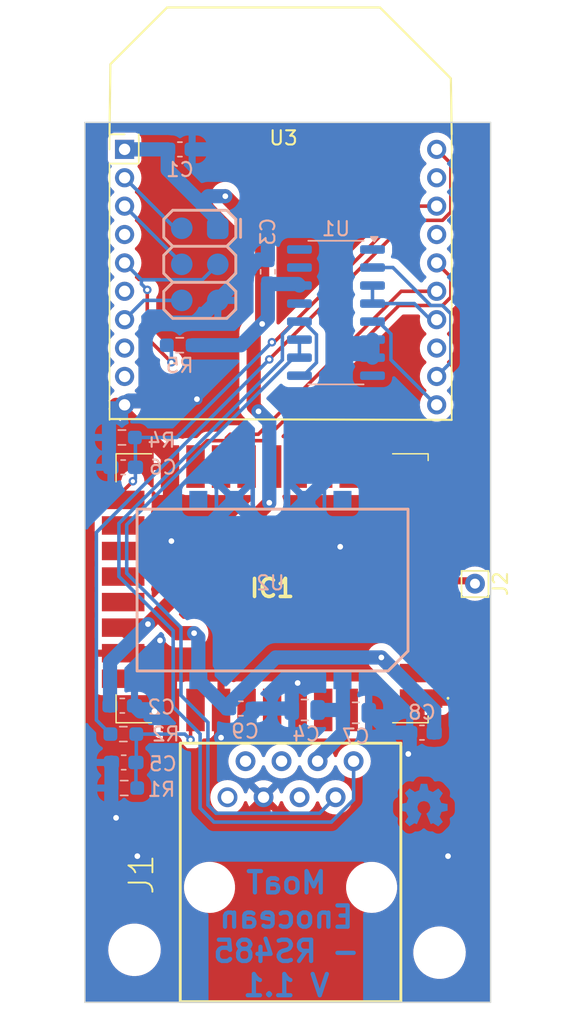
<source format=kicad_pcb>
(kicad_pcb (version 20221018) (generator pcbnew)
  (title_block (comment 4 "AISLER Project ID: OQPBMUXM"))
  (layers (0 "F.Cu" signal) (31 "B.Cu" signal) (34 "B.Paste" user) (35 "F.Paste" user) (36 "B.SilkS" user "B.Silkscreen") (37 "F.SilkS" user "F.Silkscreen") (38 "B.Mask" user) (39 "F.Mask" user) (44 "Edge.Cuts" user))
  (net 0 "")
  (net 1 "GND")
  (net 2 "+3V3")
  (net 3 "REN")
  (net 4 "Net-(IC1-SER_TX)")
  (net 5 "Net-(IC1-SER_RX)")
  (net 6 "Net-(Prog1-Tx)")
  (net 7 "Net-(Prog1-Rx)")
  (net 8 "PROG")
  (net 9 "MRST")
  (net 10 "WHIP")
  (net 11 "Net-(IC1-RESET)")
  (net 15 "RESET")
  (net 17 "Net-(U1-RO)")
  (net 18 "Net-(U1-*RE)")
  (net 19 "Net-(U1-DI)")
  (net 31 "24V")
  (net 36 "B")
  (net 37 "A")
  (footprint "localstuff:TCM310" (layer "F.Cu") (at 85.3 77.925)
    (fp_text reference "IC1" (at 0 0) (layer "F.SilkS") (effects (font (size 1.27 1.27) (thickness 0.254))))
    (fp_text value "TCM310" hide)
    (fp_line (start -11 -9.475) (end -11 -7.5) (stroke (width 0.1)) (layer "F.SilkS"))
    (fp_line (start -11 7.5) (end -11 9.475) (stroke (width 0.1)) (layer "F.SilkS"))
    (fp_line (start -11 9.475) (end -8.5 9.475) (stroke (width 0.1)) (layer "F.SilkS"))
    (fp_line (start -8.5 -9.475) (end -11 -9.475) (stroke (width 0.1)) (layer "F.SilkS"))
    (fp_line (start 8.5 -9.475) (end 8.5 -9.475) (stroke (width 0.1)) (layer "F.SilkS"))
    (fp_line (start 8.5 -9.475) (end 11 -9.475) (stroke (width 0.1)) (layer "F.SilkS"))
    (fp_line (start 8.5 9.475) (end 11 9.475) (stroke (width 0.1)) (layer "F.SilkS"))
    (fp_line (start 11 -9.475) (end 11 -9) (stroke (width 0.1)) (layer "F.SilkS"))
    (fp_line (start 11 9.475) (end 11 9) (stroke (width 0.1)) (layer "F.SilkS"))
    (fp_line (start 12.4 7.7) (end 12.4 7.7) (stroke (width 0.1)) (layer "F.SilkS"))
    (fp_line (start 12.4 7.8) (end 12.4 7.8) (stroke (width 0.1)) (layer "F.SilkS"))
    (fp_arc (start 12.4 7.7) (mid 12.45 7.75) (end 12.4 7.8) (stroke (width 0.1)) (layer "F.SilkS"))
    (fp_arc (start 12.4 7.8) (mid 12.35 7.75) (end 12.4 7.7) (stroke (width 0.1)) (layer "F.SilkS"))
    (pad "1" smd rect (at 10.5 7.775 90) (size 1.3 3) (layers "F.Cu" "F.Paste" "F.Mask") (net 1 "GND"))
    (pad "2" smd rect (at 10.5 5.975 90) (size 1.3 3) (layers "F.Cu" "F.Paste" "F.Mask") (net 2 "+3V3"))
    (pad "3" smd rect (at 10.5 4.175 90) (size 1.3 3) (layers "F.Cu" "F.Paste" "F.Mask"))
    (pad "4" smd rect (at 10.5 -0.525 90) (size 1.3 3) (layers "F.Cu" "F.Paste" "F.Mask") (net 10 "WHIP"))
    (pad "5" smd rect (at 10.5 -2.325 90) (size 1.3 3) (layers "F.Cu" "F.Paste" "F.Mask") (net 1 "GND"))
    (pad "6" smd rect (at 10.5 -4.125 90) (size 1.3 3) (layers "F.Cu" "F.Paste" "F.Mask"))
    (pad "7" smd rect (at 10.5 -5.925 90) (size 1.3 3) (layers "F.Cu" "F.Paste" "F.Mask") (net 1 "GND"))
    (pad "8" smd rect (at 10.5 -7.725 90) (size 1.3 3) (layers "F.Cu" "F.Paste" "F.Mask"))
    (pad "9" smd rect (at 7.2 -8.575) (size 1.3 3) (layers "F.Cu" "F.Paste" "F.Mask"))
    (pad "10" smd rect (at 5.4 -8.575) (size 1.3 3) (layers "F.Cu" "F.Paste" "F.Mask"))
    (pad "11" smd rect (at 3.6 -8.575) (size 1.3 3) (layers "F.Cu" "F.Paste" "F.Mask"))
    (pad "12" smd rect (at 1.8 -8.575) (size 1.3 3) (layers "F.Cu" "F.Paste" "F.Mask"))
    (pad "13" smd rect (at 0 -8.575) (size 1.3 3) (layers "F.Cu" "F.Paste" "F.Mask"))
    (pad "14" smd rect (at -1.8 -8.575) (size 1.3 3) (layers "F.Cu" "F.Paste" "F.Mask"))
    (pad "15" smd rect (at -3.6 -8.575) (size 1.3 3) (layers "F.Cu" "F.Paste" "F.Mask") (net 5 "Net-(IC1-SER_RX)"))
    (pad "16" smd rect (at -5.4 -8.575) (size 1.3 3) (layers "F.Cu" "F.Paste" "F.Mask") (net 4 "Net-(IC1-SER_TX)"))
    (pad "17" smd rect (at -7.2 -8.575) (size 1.3 3) (layers "F.Cu" "F.Paste" "F.Mask") (net 1 "GND"))
    (pad "18" smd rect (at -10.5 -6.225 90) (size 1.3 3) (layers "F.Cu" "F.Paste" "F.Mask") (net 3 "REN"))
    (pad "19" smd rect (at -10.5 -4.425 90) (size 1.3 3) (layers "F.Cu" "F.Paste" "F.Mask"))
    (pad "20" smd rect (at -10.5 -2.625 90) (size 1.3 3) (layers "F.Cu" "F.Paste" "F.Mask"))
    (pad "21" smd rect (at -10.5 -0.825 90) (size 1.3 3) (layers "F.Cu" "F.Paste" "F.Mask"))
    (pad "22" smd rect (at -10.5 0.975 90) (size 1.3 3) (layers "F.Cu" "F.Paste" "F.Mask"))
    (pad "23" smd rect (at -10.5 2.775 90) (size 1.3 3) (layers "F.Cu" "F.Paste" "F.Mask") (net 2 "+3V3"))
    (pad "24" smd rect (at -10.5 4.575 90) (size 1.3 3) (layers "F.Cu" "F.Paste" "F.Mask") (net 1 "GND"))
    (pad "25" smd rect (at -10.5 6.375 90) (size 1.3 3) (layers "F.Cu" "F.Paste" "F.Mask"))
    (pad "26" smd rect (at -7.2 8.575) (size 1.3 3) (layers "F.Cu" "F.Paste" "F.Mask") (net 1 "GND"))
    (pad "27" smd rect (at -5.4 8.575) (size 1.3 3) (layers "F.Cu" "F.Paste" "F.Mask") (net 11 "Net-(IC1-RESET)"))
    (pad "28" smd rect (at -3.6 8.575) (size 1.3 3) (layers "F.Cu" "F.Paste" "F.Mask") (net 1 "GND"))
    (pad "29" smd rect (at -1.8 8.575) (size 1.3 3) (layers "F.Cu" "F.Paste" "F.Mask"))
    (pad "30" smd rect (at 0 8.575) (size 1.3 3) (layers "F.Cu" "F.Paste" "F.Mask"))
    (pad "31" smd rect (at 1.8 8.575) (size 1.3 3) (layers "F.Cu" "F.Paste" "F.Mask") (net 1 "GND"))
    (pad "32" smd rect (at 3.6 8.575) (size 1.3 3) (layers "F.Cu" "F.Paste" "F.Mask"))
    (pad "33" smd rect (at 5.4 8.575) (size 1.3 3) (layers "F.Cu" "F.Paste" "F.Mask"))
    (pad "34" smd rect (at 7.2 8.575) (size 1.3 3) (layers "F.Cu" "F.Paste" "F.Mask"))
  )
  (footprint "localstuff:RJ45-NO-SHIELD" (layer "F.Cu") (at 86.6 99)
    (fp_text reference "J1" (at -9.525 0.635 -270) (layer "F.SilkS") (effects (font (size 1.6891 1.6891) (thickness 0.135128)) (justify left bottom)))
    (fp_text value "RJ45_SEW" hide)
    (fp_line (start -7.775 -10.16) (end 7.775 -10.16) (stroke (width 0.2032)) (layer "F.SilkS"))
    (fp_line (start -7.775 8.0518) (end -7.775 -10.16) (stroke (width 0.2032)) (layer "F.SilkS"))
    (fp_line (start 7.775 -10.16) (end 7.775 8.0518) (stroke (width 0.2032)) (layer "F.SilkS"))
    (fp_line (start 7.775 8.0518) (end -7.775 8.0518) (stroke (width 0.2032)) (layer "F.SilkS"))
    (pad "" np_thru_hole circle (at -5.715 0) (size 3.1 3.1) (drill 3.1) (layers "*.Cu" "*.Mask"))
    (pad "" np_thru_hole circle (at 5.715 0) (size 3.1 3.1) (drill 3.1) (layers "*.Cu" "*.Mask"))
    (pad "1" thru_hole circle (at -4.445 -6.35) (size 1.4 1.4) (drill 0.9) (layers "*.Cu" "*.Mask"))
    (pad "2" thru_hole circle (at -3.175 -8.89) (size 1.4 1.4) (drill 0.8) (layers "*.Cu" "*.Mask"))
    (pad "3" thru_hole circle (at -1.905 -6.35) (size 1.4 1.4) (drill 0.8) (layers "*.Cu" "*.Mask") (net 1 "GND"))
    (pad "4" thru_hole circle (at -0.635 -8.89) (size 1.4 1.4) (drill 0.8) (layers "*.Cu" "*.Mask"))
    (pad "5" thru_hole circle (at 0.635 -6.35) (size 1.4 1.4) (drill 0.8) (layers "*.Cu" "*.Mask"))
    (pad "6" thru_hole circle (at 1.905 -8.89) (size 1.4 1.4) (drill 0.8) (layers "*.Cu" "*.Mask") (net 31 "24V"))
    (pad "7" thru_hole circle (at 3.175 -6.35) (size 1.4 1.4) (drill 0.8) (layers "*.Cu" "*.Mask") (net 36 "B"))
    (pad "8" thru_hole circle (at 4.445 -8.89) (size 1.4 1.4) (drill 0.8) (layers "*.Cu" "*.Mask") (net 37 "A"))
  )
  (footprint "localstuff:ESPBEE" (layer "F.Cu") (at 74.9 47)
    (fp_text reference "U3" (at 11.2 -0.8) (layer "F.SilkS"))
    (fp_text value "ESPBEE")
    (fp_line (start -1.06 -1.06) (end 0 -1.06) (stroke (width 0.12)) (layer "F.SilkS"))
    (fp_line (start -1.06 0) (end -1.06 -1.06) (stroke (width 0.12)) (layer "F.SilkS"))
    (fp_line (start -1.06 1) (end -1.06 19.06) (stroke (width 0.12)) (layer "F.SilkS"))
    (fp_line (start -1.06 1) (end 1 1) (stroke (width 0.12)) (layer "F.SilkS"))
    (fp_line (start -1 -6) (end -1.06 -1.06) (stroke (width 0.15)) (layer "F.SilkS"))
    (fp_line (start -1 19) (end 23.06 19.06) (stroke (width 0.15)) (layer "F.SilkS"))
    (fp_line (start 1 1) (end 1 -1.06) (stroke (width 0.12)) (layer "F.SilkS"))
    (fp_line (start 3 -10) (end -1 -6) (stroke (width 0.15)) (layer "F.SilkS"))
    (fp_line (start 18 -10) (end 3 -10) (stroke (width 0.15)) (layer "F.SilkS"))
    (fp_line (start 23 -5) (end 18 -10) (stroke (width 0.15)) (layer "F.SilkS"))
    (fp_line (start 23.06 -1.06) (end 23 -5) (stroke (width 0.15)) (layer "F.SilkS"))
    (fp_line (start 23.06 -1.06) (end 23.06 19.06) (stroke (width 0.12)) (layer "F.SilkS"))
    (pad "1" thru_hole rect (at 0 0) (size 1.35 1.35) (drill 0.8) (layers "*.Cu" "*.Mask") (net 2 "+3V3"))
    (pad "2" thru_hole oval (at 0 2) (size 1.35 1.35) (drill 0.8) (layers "*.Cu" "*.Mask") (net 6 "Net-(Prog1-Tx)"))
    (pad "3" thru_hole oval (at 0 4) (size 1.35 1.35) (drill 0.8) (layers "*.Cu" "*.Mask") (net 7 "Net-(Prog1-Rx)"))
    (pad "4" thru_hole oval (at 0 6) (size 1.35 1.35) (drill 0.8) (layers "*.Cu" "*.Mask"))
    (pad "5" thru_hole oval (at 0 8) (size 1.35 1.35) (drill 0.8) (layers "*.Cu" "*.Mask") (net 15 "RESET"))
    (pad "6" thru_hole oval (at 0 10) (size 1.35 1.35) (drill 0.8) (layers "*.Cu" "*.Mask"))
    (pad "7" thru_hole oval (at 0 12) (size 1.35 1.35) (drill 0.8) (layers "*.Cu" "*.Mask") (net 8 "PROG"))
    (pad "8" thru_hole oval (at 0 14) (size 1.35 1.35) (drill 0.8) (layers "*.Cu" "*.Mask"))
    (pad "9" thru_hole oval (at 0 16) (size 1.35 1.35) (drill 0.8) (layers "*.Cu" "*.Mask"))
    (pad "10" thru_hole oval (at 0 18) (size 1.35 1.35) (drill 0.8) (layers "*.Cu" "*.Mask") (net 1 "GND"))
    (pad "11" thru_hole oval (at 22 18) (size 1.35 1.35) (drill 0.8) (layers "*.Cu" "*.Mask") (net 19 "Net-(U1-DI)"))
    (pad "12" thru_hole oval (at 22 16) (size 1.35 1.35) (drill 0.8) (layers "*.Cu" "*.Mask") (net 17 "Net-(U1-RO)"))
    (pad "13" thru_hole oval (at 22 14) (size 1.35 1.35) (drill 0.8) (layers "*.Cu" "*.Mask"))
    (pad "14" thru_hole oval (at 22 12) (size 1.35 1.35) (drill 0.8) (layers "*.Cu" "*.Mask") (net 18 "Net-(U1-*RE)"))
    (pad "15" thru_hole oval (at 22 10) (size 1.35 1.35) (drill 0.8) (layers "*.Cu" "*.Mask") (net 4 "Net-(IC1-SER_TX)"))
    (pad "16" thru_hole oval (at 22 8) (size 1.35 1.35) (drill 0.8) (layers "*.Cu" "*.Mask") (net 5 "Net-(IC1-SER_RX)"))
    (pad "17" thru_hole oval (at 22 6) (size 1.35 1.35) (drill 0.8) (layers "*.Cu" "*.Mask"))
    (pad "18" thru_hole oval (at 22 4) (size 1.35 1.35) (drill 0.8) (layers "*.Cu" "*.Mask") (net 3 "REN"))
    (pad "19" thru_hole oval (at 22 2) (size 1.35 1.35) (drill 0.8) (layers "*.Cu" "*.Mask"))
    (pad "20" thru_hole oval (at 22 0) (size 1.35 1.35) (drill 0.8) (layers "*.Cu" "*.Mask") (net 9 "MRST"))
  )
  (footprint "MountingHole:MountingHole_3.2mm_M3" (layer "F.Cu") (at 75.6 103.4)
    (fp_text reference "REF**" hide)
    (fp_text value "MountingHole_3.2mm_M3")
    (pad "" np_thru_hole circle (at 0 0) (size 3.2 3.2) (drill 3.2) (layers "F&B.Cu" "*.Mask"))
  )
  (footprint "MountingHole:MountingHole_3.2mm_M3" (layer "F.Cu") (at 97.1 103.6)
    (fp_text reference "REF**" hide)
    (fp_text value "MountingHole_3.2mm_M3")
    (pad "" np_thru_hole circle (at 0 0) (size 3.2 3.2) (drill 3.2) (layers "F&B.Cu" "*.Mask"))
  )
  (footprint "Connector_Pin:Pin_D0.7mm_L6.5mm_W1.8mm_FlatFork" (layer "F.Cu") (at 99.6 77.6 90)
    (fp_text reference "J2" (at 0 1.8 90) (layer "F.SilkS"))
    (fp_text value "Conn_01x01_Female")
    (fp_line (start -0.95 -0.95) (end -0.95 0.95) (stroke (width 0.12)) (layer "F.SilkS"))
    (fp_line (start -0.95 0.95) (end 0.9 0.95) (stroke (width 0.12)) (layer "F.SilkS"))
    (fp_line (start 0.9 -0.95) (end -0.95 -0.95) (stroke (width 0.12)) (layer "F.SilkS"))
    (fp_line (start 0.9 -0.9) (end 0.9 -0.95) (stroke (width 0.12)) (layer "F.SilkS"))
    (fp_line (start 0.9 0.95) (end 0.9 -0.9) (stroke (width 0.12)) (layer "F.SilkS"))
    (pad "1" thru_hole circle (at 0 0 90) (size 1.4 1.4) (drill 0.7) (layers "*.Cu" "*.Mask") (net 10 "WHIP"))
  )
  (footprint "Capacitor_SMD:C_0603_1608Metric_Pad1.08x0.95mm_HandSolder" (layer "B.Cu") (at 83.1 86.4)
    (fp_text reference "C9" (at 0.3 1.6 180) (layer "B.SilkS") (effects (justify mirror)))
    (fp_text value "CP_10µ_16V_0603")
    (fp_line (start -0.146267 -0.51) (end 0.146267 -0.51) (stroke (width 0.12)) (layer "B.SilkS"))
    (fp_line (start -0.146267 0.51) (end 0.146267 0.51) (stroke (width 0.12)) (layer "B.SilkS"))
    (pad "1" smd roundrect (at -0.8625 0) (size 1.075 0.95) (layers "B.Cu" "B.Paste" "B.Mask") (net 2 "+3V3"))
    (pad "2" smd roundrect (at 0.8625 0) (size 1.075 0.95) (layers "B.Cu" "B.Paste" "B.Mask") (net 1 "GND"))
  )
  (footprint "localstuff:STH05" (layer "B.Cu") (at 85.18 78.05 180)
    (fp_text reference "U2" (at 0 0.5 unlocked) (layer "B.SilkS") (effects (justify mirror)))
    (fp_text value "STH05_3V3")
    (fp_line (start -9.7 -4.3) (end -8.3 -5.7) (stroke (width 0.2032)) (layer "B.SilkS"))
    (fp_line (start -9.7 5.7) (end -9.7 -4.3) (stroke (width 0.2032)) (layer "B.SilkS"))
    (fp_line (start -8.3 -5.7) (end 9.4 -5.7) (stroke (width 0.2032)) (layer "B.SilkS"))
    (fp_line (start 9.4 -5.7) (end 9.4 5.7) (stroke (width 0.2032)) (layer "B.SilkS"))
    (fp_line (start 9.4 5.7) (end -9.7 5.7) (stroke (width 0.2032)) (layer "B.SilkS"))
    (pad "1" smd rect (at -5.08 -6.35 180) (size 1.27 1.27) (layers "B.Cu" "B.Paste" "B.Mask") (net 31 "24V"))
    (pad "5" smd rect (at 5.08 -6.35 180) (size 1.27 1.27) (layers "B.Cu" "B.Paste" "B.Mask") (net 2 "+3V3"))
    (pad "6" smd rect (at 5.08 6.35 180) (size 1.27 1.27) (layers "B.Cu" "B.Paste" "B.Mask"))
    (pad "7" smd rect (at 2.54 6.35 180) (size 1.27 1.27) (layers "B.Cu" "B.Paste" "B.Mask") (net 1 "GND"))
    (pad "9" smd rect (at -2.54 6.35 180) (size 1.27 1.27) (layers "B.Cu" "B.Paste" "B.Mask") (net 1 "GND"))
    (pad "10" smd rect (at -5.08 6.35 180) (size 1.27 1.27) (layers "B.Cu" "B.Paste" "B.Mask"))
  )
  (footprint "Resistor_SMD:R_0603_1608Metric_Pad0.98x0.95mm_HandSolder" (layer "B.Cu") (at 78.7875 60.8)
    (fp_text reference "R5" (at 0 1.43) (layer "B.SilkS") (effects (justify mirror)))
    (fp_text value "R_10k_0603")
    (fp_line (start -0.254724 -0.5225) (end 0.254724 -0.5225) (stroke (width 0.12)) (layer "B.SilkS"))
    (fp_line (start -0.254724 0.5225) (end 0.254724 0.5225) (stroke (width 0.12)) (layer "B.SilkS"))
    (pad "1" smd roundrect (at -0.9125 0) (size 0.975 0.95) (layers "B.Cu" "B.Paste" "B.Mask") (net 15 "RESET"))
    (pad "2" smd roundrect (at 0.9125 0) (size 0.975 0.95) (layers "B.Cu" "B.Paste" "B.Mask") (net 2 "+3V3"))
  )
  (footprint "Capacitor_SMD:C_0603_1608Metric_Pad1.08x0.95mm_HandSolder" (layer "B.Cu") (at 85 55.625 90)
    (fp_text reference "C3" (at 2.825 0 270) (layer "B.SilkS") (effects (justify mirror)))
    (fp_text value "CP_10µ_16V_0603")
    (fp_line (start -0.146267 -0.51) (end 0.146267 -0.51) (stroke (width 0.12)) (layer "B.SilkS"))
    (fp_line (start -0.146267 0.51) (end 0.146267 0.51) (stroke (width 0.12)) (layer "B.SilkS"))
    (pad "1" smd roundrect (at -0.8625 0 90) (size 1.075 0.95) (layers "B.Cu" "B.Paste" "B.Mask") (net 2 "+3V3"))
    (pad "2" smd roundrect (at 0.8625 0 90) (size 1.075 0.95) (layers "B.Cu" "B.Paste" "B.Mask") (net 1 "GND"))
  )
  (footprint "localstuff:OSHW Logo 3mm Cu" (layer "B.Cu") (at 96 93.2 180)
    (fp_text reference "G***" hide)
    (fp_text value "LOGO" hide)
    (fp_poly (pts (xy -1.011428 -1.4986) (xy -0.650494 -1.273048) (xy -0.481076 -1.341628) (xy -0.179578 -0.611378) (xy -0.315722 -0.499618) (xy -0.3937 -0.402336) (xy -0.456946 -0.169164) (xy -0.39878 0.054864) (xy -0.32258 0.153162) (xy -0.230124 0.226314) (xy -0.000508 0.287528) (xy 0.228346 0.230378) (xy 0.368046 0.107442) (xy 0.461518 -0.127) (xy 0.422148 -0.356108) (xy 0.360172 -0.456692) (xy 0.176276 -0.613918) (xy 0.497586 -1.346454) (xy 0.677926 -1.277874) (xy 1.013714 -1.496568) (xy 1.337564 -1.177798) (xy 1.09982 -0.821182) (xy 1.257046 -0.479298) (xy 1.66243 -0.387604) (xy 1.659636 0.063246) (xy 1.22682 0.158496) (xy 1.09474 0.476504) (xy 1.33731 0.847852) (xy 1.01092 1.164844) (xy 0.637286 0.917956) (xy 0.324358 1.044956) (xy 0.220726 1.494028) (xy -0.226822 1.486916) (xy -0.327152 1.036574) (xy -0.631698 0.91186) (xy -1.014222 1.167638) (xy -1.330198 0.831596) (xy -1.094994 0.454152) (xy -1.223518 0.148082) (xy -1.6637 0.063246) (xy -1.668018 -0.389636) (xy -1.238504 -0.485648) (xy -1.109726 -0.83566) (xy -1.330198 -1.187704) (xy -1.011428 -1.4986)) (stroke (width 0.01)) (fill solid) (layer "B.Cu"))
  )
  (footprint "localstuff:2X3_PAD" (layer "B.Cu") (at 80.2 55.1 -90)
    (fp_text reference "Prog1" hide)
    (fp_text value "PogoPad" hide)
    (fp_line (start -3.81 -1.905) (end -3.81 1.905) (stroke (width 0.2032)) (layer "B.SilkS"))
    (fp_line (start -3.81 -1.905) (end -3.175 -2.54) (stroke (width 0.2032)) (layer "B.SilkS"))
    (fp_line (start -3.81 1.905) (end -3.175 2.54) (stroke (width 0.2032)) (layer "B.SilkS"))
    (fp_line (start -3.175 -2.54) (end -1.905 -2.54) (stroke (width 0.2032)) (layer "B.SilkS"))
    (fp_line (start -3.175 2.54) (end -1.905 2.54) (stroke (width 0.2032)) (layer "B.SilkS"))
    (fp_line (start -1.905 -2.875) (end -3.175 -2.875) (stroke (width 0.2032)) (layer "B.SilkS"))
    (fp_line (start -1.905 -2.54) (end -1.27 -1.905) (stroke (width 0.2032)) (layer "B.SilkS"))
    (fp_line (start -1.905 2.54) (end -1.27 1.905) (stroke (width 0.2032)) (layer "B.SilkS"))
    (fp_line (start -1.27 -1.905) (end -0.635 -2.54) (stroke (width 0.2032)) (layer "B.SilkS"))
    (fp_line (start -1.27 1.905) (end -1.27 -1.905) (stroke (width 0.2032)) (layer "B.SilkS"))
    (fp_line (start -1.27 1.905) (end -0.635 2.54) (stroke (width 0.2032)) (layer "B.SilkS"))
    (fp_line (start -0.635 -2.54) (end 0.635 -2.54) (stroke (width 0.2032)) (layer "B.SilkS"))
    (fp_line (start -0.635 2.54) (end 0.635 2.54) (stroke (width 0.2032)) (layer "B.SilkS"))
    (fp_line (start 0.635 -2.54) (end 1.27 -1.905) (stroke (width 0.2032)) (layer "B.SilkS"))
    (fp_line (start 0.635 2.54) (end 1.27 1.905) (stroke (width 0.2032)) (layer "B.SilkS"))
    (fp_line (start 1.27 -1.905) (end 1.905 -2.54) (stroke (width 0.2032)) (layer "B.SilkS"))
    (fp_line (start 1.27 1.905) (end 1.27 -1.905) (stroke (width 0.2032)) (layer "B.SilkS"))
    (fp_line (start 1.27 1.905) (end 1.905 2.54) (stroke (width 0.2032)) (layer "B.SilkS"))
    (fp_line (start 1.905 -2.54) (end 3.175 -2.54) (stroke (width 0.2032)) (layer "B.SilkS"))
    (fp_line (start 1.905 2.54) (end 3.175 2.54) (stroke (width 0.2032)) (layer "B.SilkS"))
    (fp_line (start 3.175 -2.54) (end 3.81 -1.905) (stroke (width 0.2032)) (layer "B.SilkS"))
    (fp_line (start 3.175 2.54) (end 3.81 1.905) (stroke (width 0.2032)) (layer "B.SilkS"))
    (fp_line (start 3.81 1.905) (end 3.81 -1.905) (stroke (width 0.2032)) (layer "B.SilkS"))
    (pad "1" smd roundrect (at -2.54 -1.27 90) (size 1.524 1.524) (layers "B.Cu" "B.Paste" "B.Mask") (net 2 "+3V3"))
    (pad "2" smd roundrect (at -2.54 1.27 90) (size 1.524 1.524) (layers "B.Cu" "B.Paste" "B.Mask") (roundrect_rratio 0.5) (net 6 "Net-(Prog1-Tx)"))
    (pad "3" smd roundrect (at 0 -1.27 90) (size 1.524 1.524) (layers "B.Cu" "B.Paste" "B.Mask") (roundrect_rratio 0.5) (net 15 "RESET"))
    (pad "4" smd roundrect (at 0 1.27 90) (size 1.524 1.524) (layers "B.Cu" "B.Paste" "B.Mask") (roundrect_rratio 0.5) (net 7 "Net-(Prog1-Rx)"))
    (pad "5" smd roundrect (at 2.54 -1.27 90) (size 1.524 1.524) (layers "B.Cu" "B.Paste" "B.Mask") (roundrect_rratio 0.5) (net 1 "GND"))
    (pad "6" smd roundrect (at 2.54 1.27 90) (size 1.524 1.524) (layers "B.Cu" "B.Paste" "B.Mask") (roundrect_rratio 0.5) (net 8 "PROG"))
  )
  (footprint "Capacitor_SMD:C_0603_1608Metric_Pad1.08x0.95mm_HandSolder" (layer "B.Cu") (at 74.8 69.4)
    (fp_text reference "C6" (at 2.8 0 180) (layer "B.SilkS") (effects (justify mirror)))
    (fp_text value "C_10n_0603")
    (fp_line (start -0.146267 -0.51) (end 0.146267 -0.51) (stroke (width 0.12)) (layer "B.SilkS"))
    (fp_line (start -0.146267 0.51) (end 0.146267 0.51) (stroke (width 0.12)) (layer "B.SilkS"))
    (pad "1" smd roundrect (at -0.8625 0) (size 1.075 0.95) (layers "B.Cu" "B.Paste" "B.Mask") (net 1 "GND"))
    (pad "2" smd roundrect (at 0.8625 0) (size 1.075 0.95) (layers "B.Cu" "B.Paste" "B.Mask") (net 3 "REN"))
  )
  (footprint "Resistor_SMD:R_0603_1608Metric_Pad0.98x0.95mm_HandSolder" (layer "B.Cu") (at 74.7125 67.3)
    (fp_text reference "R4" (at 2.7875 0.2) (layer "B.SilkS") (effects (justify mirror)))
    (fp_text value "R_10k_0603")
    (fp_line (start -0.254724 -0.5225) (end 0.254724 -0.5225) (stroke (width 0.12)) (layer "B.SilkS"))
    (fp_line (start -0.254724 0.5225) (end 0.254724 0.5225) (stroke (width 0.12)) (layer "B.SilkS"))
    (pad "1" smd roundrect (at -0.9125 0) (size 0.975 0.95) (layers "B.Cu" "B.Paste" "B.Mask") (net 1 "GND"))
    (pad "2" smd roundrect (at 0.9125 0) (size 0.975 0.95) (layers "B.Cu" "B.Paste" "B.Mask") (net 3 "REN"))
  )
  (footprint "Resistor_SMD:R_0805_2012Metric" (layer "B.Cu") (at 87.6 86.5 180)
    (fp_text reference "C4" (at -0.1 -1.7) (layer "B.SilkS") (effects (justify mirror)))
    (fp_text value "CP_1µ_100V_0805")
    (fp_line (start -0.227064 -0.735) (end 0.227064 -0.735) (stroke (width 0.12)) (layer "B.SilkS"))
    (fp_line (start -0.227064 0.735) (end 0.227064 0.735) (stroke (width 0.12)) (layer "B.SilkS"))
    (pad "1" smd roundrect (at -0.9125 0 180) (size 1.025 1.4) (layers "B.Cu" "B.Paste" "B.Mask") (roundrect_rratio 0.243902439) (net 31 "24V"))
    (pad "2" smd roundrect (at 0.9125 0 180) (size 1.025 1.4) (layers "B.Cu" "B.Paste" "B.Mask") (roundrect_rratio 0.243902439) (net 1 "GND"))
  )
  (footprint "Capacitor_SMD:C_0603_1608Metric_Pad1.08x0.95mm_HandSolder" (layer "B.Cu") (at 74.8375 90.2)
    (fp_text reference "C5" (at 2.7625 0.1 180) (layer "B.SilkS") (effects (justify mirror)))
    (fp_text value "C_10n_0603")
    (fp_line (start -0.146267 -0.51) (end 0.146267 -0.51) (stroke (width 0.12)) (layer "B.SilkS"))
    (fp_line (start -0.146267 0.51) (end 0.146267 0.51) (stroke (width 0.12)) (layer "B.SilkS"))
    (pad "1" smd roundrect (at -0.8625 0) (size 1.075 0.95) (layers "B.Cu" "B.Paste" "B.Mask") (net 1 "GND"))
    (pad "2" smd roundrect (at 0.8625 0) (size 1.075 0.95) (layers "B.Cu" "B.Paste" "B.Mask") (net 11 "Net-(IC1-RESET)"))
  )
  (footprint "Capacitor_SMD:C_0603_1608Metric_Pad1.08x0.95mm_HandSolder" (layer "B.Cu") (at 78.8 47)
    (fp_text reference "C1" (at 0 1.43 180) (layer "B.SilkS") (effects (justify mirror)))
    (fp_text value "CP_10µ_16V_0603")
    (fp_line (start -0.146267 -0.51) (end 0.146267 -0.51) (stroke (width 0.12)) (layer "B.SilkS"))
    (fp_line (start -0.146267 0.51) (end 0.146267 0.51) (stroke (width 0.12)) (layer "B.SilkS"))
    (pad "1" smd roundrect (at -0.8625 0) (size 1.075 0.95) (layers "B.Cu" "B.Paste" "B.Mask") (net 2 "+3V3"))
    (pad "2" smd roundrect (at 0.8625 0) (size 1.075 0.95) (layers "B.Cu" "B.Paste" "B.Mask") (net 1 "GND"))
  )
  (footprint "Capacitor_SMD:C_0603_1608Metric_Pad1.08x0.95mm_HandSolder" (layer "B.Cu") (at 74.7375 86.2)
    (fp_text reference "C2" (at 2.7625 0.1 180) (layer "B.SilkS") (effects (justify mirror)))
    (fp_text value "CP_10µ_16V_0603")
    (fp_line (start -0.146267 -0.51) (end 0.146267 -0.51) (stroke (width 0.12)) (layer "B.SilkS"))
    (fp_line (start -0.146267 0.51) (end 0.146267 0.51) (stroke (width 0.12)) (layer "B.SilkS"))
    (pad "1" smd roundrect (at -0.8625 0) (size 1.075 0.95) (layers "B.Cu" "B.Paste" "B.Mask") (net 2 "+3V3"))
    (pad "2" smd roundrect (at 0.8625 0) (size 1.075 0.95) (layers "B.Cu" "B.Paste" "B.Mask") (net 1 "GND"))
  )
  (footprint "Resistor_SMD:R_0603_1608Metric_Pad0.98x0.95mm_HandSolder" (layer "B.Cu") (at 74.8125 88.2 180)
    (fp_text reference "R2" (at -2.9875 0) (layer "B.SilkS") (effects (justify mirror)))
    (fp_text value "R_180_0603")
    (fp_line (start -0.254724 -0.5225) (end 0.254724 -0.5225) (stroke (width 0.12)) (layer "B.SilkS"))
    (fp_line (start -0.254724 0.5225) (end 0.254724 0.5225) (stroke (width 0.12)) (layer "B.SilkS"))
    (pad "1" smd roundrect (at -0.9125 0 180) (size 0.975 0.95) (layers "B.Cu" "B.Paste" "B.Mask") (net 11 "Net-(IC1-RESET)"))
    (pad "2" smd roundrect (at 0.9125 0 180) (size 0.975 0.95) (layers "B.Cu" "B.Paste" "B.Mask") (net 9 "MRST"))
  )
  (footprint "Capacitor_SMD:C_0603_1608Metric_Pad1.08x0.95mm_HandSolder" (layer "B.Cu") (at 95.8625 88.1 180)
    (fp_text reference "C8" (at 0 1.43) (layer "B.SilkS") (effects (justify mirror)))
    (fp_text value "CP_10µ_16V_0603")
    (fp_line (start -0.146267 -0.51) (end 0.146267 -0.51) (stroke (width 0.12)) (layer "B.SilkS"))
    (fp_line (start -0.146267 0.51) (end 0.146267 0.51) (stroke (width 0.12)) (layer "B.SilkS"))
    (pad "1" smd roundrect (at -0.8625 0 180) (size 1.075 0.95) (layers "B.Cu" "B.Paste" "B.Mask") (net 2 "+3V3"))
    (pad "2" smd roundrect (at 0.8625 0 180) (size 1.075 0.95) (layers "B.Cu" "B.Paste" "B.Mask") (net 1 "GND"))
  )
  (footprint "Resistor_SMD:R_0805_2012Metric" (layer "B.Cu") (at 91.2 86.7)
    (fp_text reference "C7" (at 0 1.65) (layer "B.SilkS") (effects (justify mirror)))
    (fp_text value "CP_1µ_100V_0805")
    (fp_line (start -0.227064 -0.735) (end 0.227064 -0.735) (stroke (width 0.12)) (layer "B.SilkS"))
    (fp_line (start -0.227064 0.735) (end 0.227064 0.735) (stroke (width 0.12)) (layer "B.SilkS"))
    (pad "1" smd roundrect (at -0.9125 0) (size 1.025 1.4) (layers "B.Cu" "B.Paste" "B.Mask") (roundrect_rratio 0.243902439) (net 31 "24V"))
    (pad "2" smd roundrect (at 0.9125 0) (size 1.025 1.4) (layers "B.Cu" "B.Paste" "B.Mask") (roundrect_rratio 0.243902439) (net 1 "GND"))
  )
  (footprint "Package_SO:SO-16_3.9x9.9mm_P1.27mm" (layer "B.Cu") (at 89.8 58.5 180)
    (fp_text reference "U1" (at 0 5.9) (layer "B.SilkS") (effects (justify mirror)))
    (fp_text value "MAX14784EASD+T")
    (fp_line (start 0 -5.06) (end -1.95 -5.06) (stroke (width 0.12)) (layer "B.SilkS"))
    (fp_line (start 0 -5.06) (end 1.95 -5.06) (stroke (width 0.12)) (layer "B.SilkS"))
    (fp_line (start 0 5.06) (end -1.95 5.06) (stroke (width 0.12)) (layer "B.SilkS"))
    (fp_line (start 0 5.06) (end 1.95 5.06) (stroke (width 0.12)) (layer "B.SilkS"))
    (fp_poly (pts (xy -2.7 5.005) (xy -2.94 5.335) (xy -2.46 5.335) (xy -2.7 5.005)) (stroke (width 0.12)) (fill solid) (layer "B.SilkS"))
    (pad "1" smd roundrect (at -2.575 4.445 180) (size 1.75 0.6) (layers "B.Cu" "B.Paste" "B.Mask"))
    (pad "2" smd roundrect (at -2.575 3.175 180) (size 1.75 0.6) (layers "B.Cu" "B.Paste" "B.Mask") (net 17 "Net-(U1-RO)"))
    (pad "3" smd roundrect (at -2.575 1.905 180) (size 1.75 0.6) (layers "B.Cu" "B.Paste" "B.Mask") (net 18 "Net-(U1-*RE)"))
    (pad "4" smd roundrect (at -2.575 0.635 180) (size 1.75 0.6) (layers "B.Cu" "B.Paste" "B.Mask") (net 18 "Net-(U1-*RE)"))
    (pad "5" smd roundrect (at -2.575 -0.635 180) (size 1.75 0.6) (layers "B.Cu" "B.Paste" "B.Mask") (net 19 "Net-(U1-DI)"))
    (pad "6" smd roundrect (at -2.575 -1.905 180) (size 1.75 0.6) (layers "B.Cu" "B.Paste" "B.Mask") (net 1 "GND"))
    (pad "7" smd roundrect (at -2.575 -3.175 180) (size 1.75 0.6) (layers "B.Cu" "B.Paste" "B.Mask") (net 1 "GND"))
    (pad "8" smd roundrect (at -2.575 -4.445 180) (size 1.75 0.6) (layers "B.Cu" "B.Paste" "B.Mask"))
    (pad "9" smd roundrect (at 2.575 -4.445 180) (size 1.75 0.6) (layers "B.Cu" "B.Paste" "B.Mask") (net 37 "A"))
    (pad "10" smd roundrect (at 2.575 -3.175 180) (size 1.75 0.6) (layers "B.Cu" "B.Paste" "B.Mask") (net 36 "B"))
    (pad "11" smd roundrect (at 2.575 -1.905 180) (size 1.75 0.6) (layers "B.Cu" "B.Paste" "B.Mask") (net 36 "B"))
    (pad "12" smd roundrect (at 2.575 -0.635 180) (size 1.75 0.6) (layers "B.Cu" "B.Paste" "B.Mask") (net 37 "A"))
    (pad "13" smd roundrect (at 2.575 0.635 180) (size 1.75 0.6) (layers "B.Cu" "B.Paste" "B.Mask"))
    (pad "14" smd roundrect (at 2.575 1.905 180) (size 1.75 0.6) (layers "B.Cu" "B.Paste" "B.Mask") (net 2 "+3V3"))
    (pad "15" smd roundrect (at 2.575 3.175 180) (size 1.75 0.6) (layers "B.Cu" "B.Paste" "B.Mask"))
    (pad "16" smd roundrect (at 2.575 4.445 180) (size 1.75 0.6) (layers "B.Cu" "B.Paste" "B.Mask"))
  )
  (footprint "Resistor_SMD:R_0603_1608Metric_Pad0.98x0.95mm_HandSolder" (layer "B.Cu") (at 74.875 92)
    (fp_text reference "R1" (at 2.625 0.1 180) (layer "B.SilkS") (effects (justify mirror)))
    (fp_text value "R_10k_0603")
    (fp_line (start -0.254724 -0.5225) (end 0.254724 -0.5225) (stroke (width 0.12)) (layer "B.SilkS"))
    (fp_line (start -0.254724 0.5225) (end 0.254724 0.5225) (stroke (width 0.12)) (layer "B.SilkS"))
    (pad "1" smd roundrect (at -0.9125 0) (size 0.975 0.95) (layers "B.Cu" "B.Paste" "B.Mask") (net 1 "GND"))
    (pad "2" smd roundrect (at 0.9125 0) (size 0.975 0.95) (layers "B.Cu" "B.Paste" "B.Mask") (net 11 "Net-(IC1-RESET)"))
  )
  (gr_rect (start 72.1 45.1) (end 100.7 107.1) (stroke (width 0.1)) (fill none) (layer "Edge.Cuts"))
  (gr_text "MoaT\nEnocean\n- RS485\nV 1.1" (at 86.3 106.8) (layer "B.Cu") (effects (font (size 1.5 1.5) (thickness 0.3) bold) (justify bottom mirror)))
  (segment (start 87.1 82.35) (end 87.1 84.6) (width 1) (layer "F.Cu") (net 1))
  (segment (start 74.9 65.3) (end 74.9 65) (width 1) (layer "F.Cu") (net 1))
  (segment (start 93.5 75.25) (end 93.85 75.6) (width 1) (layer "F.Cu") (net 1))
  (segment (start 92.275 77.175) (end 89.975 79.475) (width 1) (layer "F.Cu") (net 1))
  (segment (start 74.3 94.1) (end 76.1 94.1) (width 1) (layer "F.Cu") (net 1))
  (segment (start 87.1 84.6) (end 87.1 86.5) (width 1) (layer "F.Cu") (net 1))
  (segment (start 96.925 79.475) (end 89.975 79.475) (width 1) (layer "F.Cu") (net 1))
  (segment (start 90.1 75) (end 92.275 77.175) (width 1) (layer "F.Cu") (net 1))
  (segment (start 78.1 88.45) (end 78.1 86.5) (width 1) (layer "F.Cu") (net 1))
  (segment (start 95.8 75.6) (end 93.85 75.6) (width 1) (layer "F.Cu") (net 1))
  (segment (start 78.45 89.055635) (end 78.45 88.8) (width 1) (layer "F.Cu") (net 1))
  (segment (start 89.975 79.475) (end 87.1 82.35) (width 1) (layer "F.Cu") (net 1))
  (segment (start 78.1 74.5) (end 78.2 74.6) (width 1) (layer "F.Cu") (net 1))
  (segment (start 76.1 91.8) (end 76.1 94.1) (width 1) (layer "F.Cu") (net 1))
  (segment (start 84.695 93.55) (end 84.695 92.65) (width 1) (layer "F.Cu") (net 1))
  (segment (start 78.45 88.8) (end 78.1 88.45) (width 1) (layer "F.Cu") (net 1))
  (segment (start 97.75 85.7) (end 98.1 85.35) (width 1) (layer "F.Cu") (net 1))
  (segment (start 93.5 72.35) (end 93.5 75.25) (width 1) (layer "F.Cu") (net 1))
  (segment (start 93.85 72) (end 93.5 72.35) (width 1) (layer "F.Cu") (net 1))
  (segment (start 80.55 89.6) (end 80.255635 89.6) (width 1) (layer "F.Cu") (net 1))
  (segment (start 81.7 86.5) (end 81.7 88.45) (width 1) (layer "F.Cu") (net 1))
  (segment (start 94.9 89.6) (end 94.9 86.6) (width 1) (layer "F.Cu") (net 1))
  (segment (start 78.1 83.85) (end 78.1 86.5) (width 1) (layer "F.Cu") (net 1))
  (segment (start 95.8 85.7) (end 97.75 85.7) (width 1) (layer "F.Cu") (net 1))
  (segment (start 76.1 94.1) (end 76.1 94.7) (width 1) (layer "F.Cu") (net 1))
  (segment (start 78.45 89.45) (end 76.1 91.8) (width 1) (layer "F.Cu") (net 1))
  (segment (start 98.1 85.35) (end 98.1 80.65) (width 1) (layer "F.Cu") (net 1))
  (segment (start 76.75 82.5) (end 78.1 83.85) (width 1) (layer "F.Cu") (net 1))
  (segment (start 80.155635 89.7) (end 79.094365 89.7) (width 1) (layer "F.Cu") (net 1))
  (segment (start 94.9 86.6) (end 95.8 85.7) (width 1) (layer "F.Cu") (net 1))
  (segment (start 79.094365 89.7) (end 78.45 89.055635) (width 1) (layer "F.Cu") (net 1))
  (segment (start 76.5 95.1) (end 83.145 95.1) (width 1) (layer "F.Cu") (net 1))
  (segment (start 93.85 75.6) (end 92.275 77.175) (width 1) (layer "F.Cu") (net 1))
  (segment (start 78.1 68.8) (end 74.3 65) (width 1) (layer "F.Cu") (net 1))
  (segment (start 78.45 88.8) (end 78.45 89.45) (width 1) (layer "F.Cu") (net 1))
  (segment (start 77.1 86.5) (end 77 86.6) (width 1) (layer "F.Cu") (net 1))
  (segment (start 76.1 94.7) (end 76.5 95.1) (width 1) (layer "F.Cu") (net 1))
  (segment (start 95.8 72) (end 93.85 72) (width 1) (layer "F.Cu") (net 1))
  (segment (start 78.1 69.35) (end 78.1 68.8) (width 1) (layer "F.Cu") (net 1))
  (segment (start 81.7 88.45) (end 80.55 89.6) (width 1) (layer "F.Cu") (net 1))
  (segment (start 78.1 86.5) (end 77.1 86.5) (width 1) (layer "F.Cu") (net 1))
  (segment (start 78.1 69.35) (end 78.1 74.5) (width 1) (layer "F.Cu") (net 1))
  (segment (start 74.8 82.5) (end 76.75 82.5) (width 1) (layer "F.Cu") (net 1))
  (segment (start 83.145 95.1) (end 84.695 93.55) (width 1) (layer "F.Cu") (net 1))
  (segment (start 80.255635 89.6) (end 80.155635 89.7) (width 1) (layer "F.Cu") (net 1))
  (segment (start 98.1 80.65) (end 96.925 79.475) (width 1) (layer "F.Cu") (net 1))
  (via (at 77.4 81.6) (size 0.8) (drill 0.4) (layers "F.Cu" "B.Cu") (net 1))
  (via (at 97.7 96.8) (size 0.8) (drill 0.4) (layers "F.Cu" "B.Cu") (net 1))
  (via (at 81.7 88.45) (size 0.8) (drill 0.4) (layers "F.Cu" "B.Cu") (net 1))
  (via (at 90.1 75) (size 0.8) (drill 0.4) (layers "F.Cu" "B.Cu") (net 1))
  (via (at 78.2 74.6) (size 0.8) (drill 0.4) (layers "F.Cu" "B.Cu") (net 1))
  (via (at 77 86.6) (size 0.8) (drill 0.4) (layers "F.Cu" "B.Cu") (net 1))
  (via (at 94.9 89.6) (size 0.8) (drill 0.4) (layers "F.Cu" "B.Cu") (net 1))
  (via (at 75.8 96.8) (size 0.8) (drill 0.4) (layers "F.Cu" "B.Cu") (net 1))
  (via (at 80 64.6) (size 0.8) (drill 0.4) (layers "F.Cu" "B.Cu") (net 1))
  (via (at 87.1 84.6) (size 0.8) (drill 0.4) (layers "F.Cu" "B.Cu") (net 1))
  (via (at 74.3 94.1) (size 0.8) (drill 0.4) (layers "F.Cu" "B.Cu") (net 1))
  (segment (start 82.64 71.7) (end 84.24 73.3) (width 1) (layer "B.Cu") (net 1))
  (segment (start 73.8 67.3) (end 73.8 69.2625) (width 1) (layer "B.Cu") (net 1))
  (segment (start 82.198828 88.45) (end 81.7 88.45) (width 1) (layer "B.Cu") (net 1))
  (segment (start 79.6625 47) (end 81.9 47) (width 1) (layer "B.Cu") (net 1))
  (segment (start 79.74 74.6) (end 82.64 71.7) (width 1) (layer "B.Cu") (net 1))
  (segment (start 87.72 72.62) (end 90.1 75) (width 1) (layer "B.Cu") (net 1))
  (segment (start 86.6875 85.0125) (end 87.1 84.6) (width 1) (layer "B.Cu") (net 1))
  (segment (start 75.2 64.7) (end 74.9 65) (width 1) (layer "B.Cu") (net 1))
  (segment (start 85 50.1) (end 85 54.7625) (width 1) (layer "B.Cu") (net 1))
  (segment (start 89.8 61.4) (end 89.8 69.62) (width 1) (layer "B.Cu") (net 1))
  (segment (start 76.375 64.325) (end 76 64.7) (width 1) (layer "B.Cu") (net 1))
  (segment (start 81.9 47) (end 85 50.1) (width 1) (layer "B.Cu") (net 1))
  (segment (start 79.908 59.202) (end 76.783966 59.202) (width 1) (layer "B.Cu") (net 1))
  (segment (start 86.5875 86.4) (end 86.6875 86.5) (width 1) (layer "B.Cu") (net 1))
  (segment (start 76.375 59.610966) (end 76.375 64.325) (width 1) (layer "B.Cu") (net 1))
  (segment (start 78.2 74.6) (end 79.74 74.6) (width 1) (layer "B.Cu") (net 1))
  (segment (start 92.2 86.7) (end 92.1125 86.7) (width 1) (layer "B.Cu") (net 1))
  (segment (start 89.8 69.62) (end 87.72 71.7) (width 1) (layer "B.Cu") (net 1))
  (segment (start 86.6875 86.5) (end 86.6875 85.0125) (width 1) (layer "B.Cu") (net 1))
  (segment (start 83.9625 86.4) (end 83.9625 86.686328) (width 1) (layer "B.Cu") (net 1))
  (segment (start 95 89.5) (end 94.9 89.6) (width 1) (layer "B.Cu") (net 1))
  (segment (start 86.12 73.3) (end 87.72 71.7) (width 1) (layer "B.Cu") (net 1))
  (segment (start 73.9625 92) (end 73.9625 93.7625) (width 1) (layer "B.Cu") (net 1))
  (segment (start 83.9625 86.686328) (end 82.198828 88.45) (width 1) (layer "B.Cu") (net 1))
  (segment (start 83.9625 86.4) (end 86.5875 86.4) (width 1) (layer "B.Cu") (net 1))
  (segment (start 73.8 69.2625) (end 73.9375 69.4) (width 1) (layer "B.Cu") (net 1))
  (segment (start 93.6 88.1) (end 92.2 86.7) (width 1) (layer "B.Cu") (net 1))
  (segment (start 95 88.1) (end 93.6 88.1) (width 1) (layer "B.Cu") (net 1))
  (segment (start 84.24 73.3) (end 86.12 73.3) (width 1) (layer "B.Cu") (net 1))
  (segment (start 73.975 90.2) (end 73.975 91.9875) (width 1) (layer "B.Cu") (net 1))
  (segment (start 85 54.7625) (end 84.3475 54.7625) (width 1) (layer "B.Cu") (net 1))
  (segment (start 76 86.6) (end 75.6 86.2) (width 1) (layer "B.Cu") (net 1))
  (segment (start 92.375 61.1) (end 92.375 61.675) (width 1) (layer "B.Cu") (net 1))
  (segment (start 90.1 61.1) (end 89.8 61.4) (width 1) (layer "B.Cu") (net 1))
  (segment (start 92.375 61.1) (end 90.1 61.1) (width 1) (layer "B.Cu") (net 1))
  (segment (start 81.47 57.64) (end 79.908 59.202) (width 1) (layer "B.Cu") (net 1))
  (segment (start 92.375 60.405) (end 92.375 61.1) (width 1) (layer "B.Cu") (net 1))
  (segment (start 95 88.1) (end 95 89.5) (width 1) (layer "B.Cu") (net 1))
  (segment (start 73.9625 93.7625) (end 74.3 94.1) (width 1) (layer "B.Cu") (net 1))
  (segment (start 76 64.7) (end 75.2 64.7) (width 1) (layer "B.Cu") (net 1))
  (segment (start 77 86.6) (end 76 86.6) (width 1) (layer "B.Cu") (net 1))
  (segment (start 73.975 91.9875) (end 73.9625 92) (width 1) (layer "B.Cu") (net 1))
  (segment (start 73.8 67.3) (end 73.8 66.1) (width 1) (layer "B.Cu") (net 1))
  (segment (start 76.783966 59.202) (end 76.375 59.610966) (width 1) (layer "B.Cu") (net 1))
  (segment (start 84.3475 54.7625) (end 81.47 57.64) (width 1) (layer "B.Cu") (net 1))
  (segment (start 87.72 71.7) (end 87.72 72.62) (width 1) (layer "B.Cu") (net 1))
  (segment (start 73.8 66.1) (end 74.9 65) (width 1) (layer "B.Cu") (net 1))
  (segment (start 84.6 52.9) (end 82 50.3) (width 1) (layer "F.Cu") (net 2))
  (segment (start 77.25 79.75) (end 76.55 80.45) (width 1) (layer "F.Cu") (net 2))
  (segment (start 94.1 83.9) (end 95.8 83.9) (width 1) (layer "F.Cu") (net 2))
  (segment (start 84 59.9) (end 84 65.120276) (width 1) (layer "F.Cu") (net 2))
  (segment (start 93 82.8) (end 94.1 83.9) (width 1) (layer "F.Cu") (net 2))
  (segment (start 84.6 59.3) (end 84.6 52.9) (width 1) (layer "F.Cu") (net 2))
  (segment (start 84 65.120276) (end 84.339431 65.459707) (width 1) (layer "F.Cu") (net 2))
  (segment (start 75.95 81.05) (end 75.15 81.05) (width 1) (layer "F.Cu") (net 2))
  (segment (start 75.15 81.05) (end 74.8 80.7) (width 1) (layer "F.Cu") (net 2))
  (segment (start 84.6 59.3) (end 84 59.9) (width 1) (layer "F.Cu") (net 2))
  (segment (start 77.25 79.75) (end 78.589717 81.089717) (width 1) (layer "F.Cu") (net 2))
  (segment (start 78.589717 81.089717) (end 79.800001 81.089717) (width 1) (layer "F.Cu") (net 2))
  (segment (start 76.55 80.45) (end 75.95 81.05) (width 1) (layer "F.Cu") (net 2))
  (segment (start 85.1 71.9) (end 77.25 79.75) (width 1) (layer "F.Cu") (net 2))
  (via (at 84.339431 65.459707) (size 0.8) (drill 0.4) (layers "F.Cu" "B.Cu") (net 2))
  (via (at 93 82.8) (size 0.8) (drill 0.4) (layers "F.Cu" "B.Cu") (net 2))
  (via (at 79.800001 81.089717) (size 0.8) (drill 0.4) (layers "F.Cu" "B.Cu") (net 2))
  (via (at 76.55 80.45) (size 0.8) (drill 0.4) (layers "F.Cu" "B.Cu") (net 2))
  (via (at 85.1 71.9) (size 0.8) (drill 0.4) (layers "F.Cu" "B.Cu") (net 2))
  (via (at 84.6 59.3) (size 0.8) (drill 0.4) (layers "F.Cu" "B.Cu") (net 2))
  (via (at 82 50.3) (size 0.8) (drill 0.4) (layers "F.Cu" "B.Cu") (net 2))
  (segment (start 77.9375 47) (end 77.9375 48.4375) (width 1) (layer "B.Cu") (net 2))
  (segment (start 82.2375 86.4) (end 82.1 86.4) (width 1) (layer "B.Cu") (net 2))
  (segment (start 80.1 84.4) (end 80.1 81.389716) (width 1) (layer "B.Cu") (net 2))
  (segment (start 83.1 60.8) (end 84.6 59.3) (width 1) (layer "B.Cu") (net 2))
  (segment (start 85 56.4875) (end 87.1175 56.4875) (width 1) (layer "B.Cu") (net 2))
  (segment (start 96.725 86.525) (end 93 82.8) (width 1) (layer "B.Cu") (net 2))
  (segment (start 85.1 66.220276) (end 84.339431 65.459707) (width 1) (layer "B.Cu") (net 2))
  (segment (start 80.3 50.8) (end 81.47 51.97) (width 1) (layer "B.Cu") (net 2))
  (segment (start 82.1 86.4) (end 80.1 84.4) (width 1) (layer "B.Cu") (net 2))
  (segment (start 73.875 86.2) (end 73.875 83.125) (width 1) (layer "B.Cu") (net 2))
  (segment (start 85.1 71.9) (end 85.1 66.220276) (width 1) (layer "B.Cu") (net 2))
  (segment (start 81.47 51.97) (end 81.47 52.56) (width 1) (layer "B.Cu") (net 2))
  (segment (start 79.7 60.8) (end 83.1 60.8) (width 1) (layer "B.Cu") (net 2))
  (segment (start 73.875 83.125) (end 76.55 80.45) (width 1) (layer "B.Cu") (net 2))
  (segment (start 85.551172 82.8) (end 82.2375 86.113672) (width 1) (layer "B.Cu") (net 2))
  (segment (start 93 82.8) (end 85.551172 82.8) (width 1) (layer "B.Cu") (net 2))
  (segment (start 82 50.3) (end 80.8 50.3) (width 1) (layer "B.Cu") (net 2))
  (segment (start 85 56.4875) (end 85 58.9) (width 1) (layer "B.Cu") (net 2))
  (segment (start 77.9375 48.4375) (end 80.3 50.8) (width 1) (layer "B.Cu") (net 2))
  (segment (start 96.725 88.1) (end 96.725 86.525) (width 1) (layer "B.Cu") (net 2))
  (segment (start 80.1 81.389716) (end 79.800001 81.089717) (width 1) (layer "B.Cu") (net 2))
  (segment (start 82.2375 86.113672) (end 82.2375 86.4) (width 1) (layer "B.Cu") (net 2))
  (segment (start 87.1175 56.4875) (end 87.225 56.595) (width 1) (layer "B.Cu") (net 2))
  (segment (start 85 58.9) (end 84.6 59.3) (width 1) (layer "B.Cu") (net 2))
  (segment (start 77.9375 47) (end 74.9 47) (width 1) (layer "B.Cu") (net 2))
  (segment (start 80.8 50.3) (end 80.3 50.8) (width 1) (layer "B.Cu") (net 2))
  (segment (start 74.8 71.7) (end 74.8 71.067586) (width 0.25) (layer "F.Cu") (net 3))
  (segment (start 85.433469 60.589809) (end 85.285848 60.589809) (width 0.25) (layer "F.Cu") (net 3))
  (segment (start 74.8 71.067586) (end 75.483793 70.383793) (width 0.25) (layer "F.Cu") (net 3))
  (segment (start 95.023278 51) (end 85.433469 60.589809) (width 0.25) (layer "F.Cu") (net 3))
  (segment (start 96.9 51) (end 95.023278 51) (width 0.25) (layer "F.Cu") (net 3))
  (via (at 75.483793 70.383793) (size 0.6) (drill 0.3) (layers "F.Cu" "B.Cu") (net 3))
  (via (at 85.285848 60.589809) (size 0.6) (drill 0.3) (layers "F.Cu" "B.Cu") (net 3))
  (segment (start 75.6625 69.4) (end 75.6625 70.205086) (width 0.25) (layer "B.Cu") (net 3))
  (segment (start 75.6625 67.3375) (end 75.625 67.3) (width 0.25) (layer "B.Cu") (net 3))
  (segment (start 75.6625 69.4) (end 75.6625 67.3375) (width 0.25) (layer "B.Cu") (net 3))
  (segment (start 85.285848 60.589809) (end 78.575656 67.3) (width 0.25) (layer "B.Cu") (net 3))
  (segment (start 78.575656 67.3) (end 75.625 67.3) (width 0.25) (layer "B.Cu") (net 3))
  (segment (start 75.6625 70.205086) (end 75.483793 70.383793) (width 0.25) (layer "B.Cu") (net 3))
  (segment (start 82.075 67.338604) (end 82.338604 67.075) (width 0.25) (layer "F.Cu") (net 4))
  (segment (start 82.338604 67.075) (end 84.325 67.075) (width 0.25) (layer "F.Cu") (net 4))
  (segment (start 80.725 67.525) (end 82.075 67.525) (width 0.25) (layer "F.Cu") (net 4))
  (segment (start 79.9 68.35) (end 80.725 67.525) (width 0.25) (layer "F.Cu") (net 4))
  (segment (start 82.075 67.525) (end 82.075 67.338604) (width 0.25) (layer "F.Cu") (net 4))
  (segment (start 94.4 57) (end 96.9 57) (width 0.25) (layer "F.Cu") (net 4))
  (segment (start 84.325 67.075) (end 94.4 57) (width 0.25) (layer "F.Cu") (net 4))
  (segment (start 79.9 69.35) (end 79.9 68.35) (width 0.25) (layer "F.Cu") (net 4))
  (segment (start 97.9 56) (end 96.9 55) (width 0.25) (layer "F.Cu") (net 5))
  (segment (start 81.7 68.8) (end 82.525 67.975) (width 0.25) (layer "F.Cu") (net 5))
  (segment (start 81.7 69.35) (end 81.7 68.8) (width 0.25) (layer "F.Cu") (net 5))
  (segment (start 82.525 67.975) (end 82.525 67.525) (width 0.25) (layer "F.Cu") (net 5))
  (segment (start 94.236396 58) (end 97.314214 58) (width 0.25) (layer "F.Cu") (net 5))
  (segment (start 82.525 67.525) (end 84.711396 67.525) (width 0.25) (layer "F.Cu") (net 5))
  (segment (start 84.711396 67.525) (end 94.236396 58) (width 0.25) (layer "F.Cu") (net 5))
  (segment (start 97.314214 58) (end 97.9 57.414214) (width 0.25) (layer "F.Cu") (net 5))
  (segment (start 97.9 57.414214) (end 97.9 56) (width 0.25) (layer "F.Cu") (net 5))
  (segment (start 78.46 52.56) (end 74.9 49) (width 0.25) (layer "B.Cu") (net 6))
  (segment (start 78.93 52.56) (end 78.46 52.56) (width 0.25) (layer "B.Cu") (net 6))
  (segment (start 78.93 55.1) (end 78.93 55.03) (width 0.25) (layer "B.Cu") (net 7))
  (segment (start 78.93 55.03) (end 74.9 51) (width 0.25) (layer "B.Cu") (net 7))
  (segment (start 76.26 57.64) (end 74.9 59) (width 0.25) (layer "B.Cu") (net 8))
  (segment (start 78.93 57.64) (end 76.26 57.64) (width 0.25) (layer "B.Cu") (net 8))
  (segment (start 97.314214 52) (end 94.9 52) (width 0.25) (layer "F.Cu") (net 9))
  (segment (start 94.9 52) (end 85.1 61.8) (width 0.25) (layer "F.Cu") (net 9))
  (segment (start 96.9 47) (end 97.9 48) (width 0.25) (layer "F.Cu") (net 9))
  (segment (start 97.9 48) (end 97.9 51.414214) (width 0.25) (layer "F.Cu") (net 9))
  (segment (start 97.9 51.414214) (end 97.314214 52) (width 0.25) (layer "F.Cu") (net 9))
  (via (at 85.1 61.8) (size 0.6) (drill 0.3) (layers "F.Cu" "B.Cu") (net 9))
  (segment (start 73.9 88.2) (end 72.9125 87.2125) (width 0.25) (layer "B.Cu") (net 9))
  (segment (start 72.9125 73.9875) (end 78.3 68.6) (width 0.25) (layer "B.Cu") (net 9))
  (segment (start 72.9125 87.2125) (end 72.9125 73.9875) (width 0.25) (layer "B.Cu") (net 9))
  (segment (start 78.3 68.6) (end 85.1 61.8) (width 0.25) (layer "B.Cu") (net 9))
  (segment (start 95.8 77.4) (end 99.4 77.4) (width 0.5) (layer "F.Cu") (net 10))
  (segment (start 99.4 77.4) (end 99.6 77.6) (width 0.5) (layer "F.Cu") (net 10))
  (segment (start 79.9 86.5) (end 79.55 86.85) (width 0.25) (layer "F.Cu") (net 11))
  (segment (start 79.55 86.85) (end 79.55 88.6) (width 0.25) (layer "F.Cu") (net 11))
  (via (at 79.55 88.6) (size 0.6) (drill 0.3) (layers "F.Cu" "B.Cu") (net 11))
  (segment (start 79.15 88.2) (end 79.55 88.6) (width 0.25) (layer "B.Cu") (net 11))
  (segment (start 75.725 88.2) (end 79.15 88.2) (width 0.25) (layer "B.Cu") (net 11))
  (segment (start 75.7 91.9125) (end 75.7875 92) (width 0.25) (layer "B.Cu") (net 11))
  (segment (start 75.725 88.2) (end 75.725 90.175) (width 0.25) (layer "B.Cu") (net 11))
  (segment (start 75.725 90.175) (end 75.7 90.2) (width 0.25) (layer "B.Cu") (net 11))
  (segment (start 75.7 90.2) (end 75.7 91.9125) (width 0.25) (layer "B.Cu") (net 11))
  (segment (start 76.5 60.3) (end 78.2 62) (width 0.25) (layer "F.Cu") (net 15))
  (segment (start 76.5 56.9) (end 76.5 60.3) (width 0.25) (layer "F.Cu") (net 15))
  (via (at 78.2 62) (size 0.6) (drill 0.3) (layers "F.Cu" "B.Cu") (net 15))
  (via (at 76.5 56.9) (size 0.6) (drill 0.3) (layers "F.Cu" "B.Cu") (net 15))
  (segment (start 78.2 62) (end 78.2 61.125) (width 0.25) (layer "B.Cu") (net 15))
  (segment (start 80.383 56.187) (end 76.087 56.187) (width 0.25) (layer "B.Cu") (net 15))
  (segment (start 76.087 56.187) (end 74.9 55) (width 0.25) (layer "B.Cu") (net 15))
  (segment (start 78.2 61.125) (end 77.875 60.8) (width 0.25) (layer "B.Cu") (net 15))
  (segment (start 76.087 56.187) (end 76.087 56.487) (width 0.25) (layer "B.Cu") (net 15))
  (segment (start 76.087 56.487) (end 76.5 56.9) (width 0.25) (layer "B.Cu") (net 15))
  (segment (start 81.47 55.1) (end 80.383 56.187) (width 0.25) (layer "B.Cu") (net 15))
  (segment (start 97.9 58.585786) (end 97.9 62) (width 0.25) (layer "B.Cu") (net 17))
  (segment (start 97.314214 58) (end 97.9 58.585786) (width 0.25) (layer "B.Cu") (net 17))
  (segment (start 93.810786 55.325) (end 96.485786 58) (width 0.25) (layer "B.Cu") (net 17))
  (segment (start 92.375 55.325) (end 93.810786 55.325) (width 0.25) (layer "B.Cu") (net 17))
  (segment (start 97.9 62) (end 96.9 63) (width 0.25) (layer "B.Cu") (net 17))
  (segment (start 96.485786 58) (end 97.314214 58) (width 0.25) (layer "B.Cu") (net 17))
  (segment (start 92.375 56.595) (end 92.375 57.865) (width 0.25) (layer "B.Cu") (net 18))
  (segment (start 96.9 59) (end 96.463604 59) (width 0.25) (layer "B.Cu") (net 18))
  (segment (start 95.328604 57.865) (end 92.375 57.865) (width 0.25) (layer "B.Cu") (net 18))
  (segment (start 96.463604 59) (end 95.328604 57.865) (width 0.25) (layer "B.Cu") (net 18))
  (segment (start 92.797328 59.135) (end 92.375 59.135) (width 0.25) (layer "B.Cu") (net 19))
  (segment (start 96.84939 65) (end 93.675 61.82561) (width 0.25) (layer "B.Cu") (net 19))
  (segment (start 96.9 65) (end 96.84939 65) (width 0.25) (layer "B.Cu") (net 19))
  (segment (start 93.675 60.012672) (end 92.797328 59.135) (width 0.25) (layer "B.Cu") (net 19))
  (segment (start 93.675 61.82561) (end 93.675 60.012672) (width 0.25) (layer "B.Cu") (net 19))
  (segment (start 88.505 90.11) (end 88.505 89.895) (width 1) (layer "B.Cu") (net 31))
  (segment (start 90.2875 88.1125) (end 90.2875 86.7) (width 1) (layer "B.Cu") (net 31))
  (segment (start 90.2875 86.7) (end 90.2875 84.4275) (width 1) (layer "B.Cu") (net 31))
  (segment (start 90.2875 84.4275) (end 90.26 84.4) (width 1) (layer "B.Cu") (net 31))
  (segment (start 88.505 89.895) (end 90.2875 88.1125) (width 1) (layer "B.Cu") (net 31))
  (segment (start 88.5125 86.5) (end 90.0875 86.5) (width 1) (layer "B.Cu") (net 31))
  (segment (start 90.0875 86.5) (end 90.2875 86.7) (width 1) (layer "B.Cu") (net 31))
  (segment (start 87.225 61.675) (end 86.815991 61.675) (width 0.25) (layer "B.Cu") (net 36))
  (segment (start 78.875001 80.689036) (end 78.875001 85.475001) (width 0.25) (layer "B.Cu") (net 36))
  (segment (start 75.05 73.44099) (end 75.05 76.864034) (width 0.25) (layer "B.Cu") (net 36))
  (segment (start 78.875001 85.475001) (end 80.775 87.375) (width 0.25) (layer "B.Cu") (net 36))
  (segment (start 87.225 60.405) (end 87.225 61.675) (width 0.25) (layer "B.Cu") (net 36))
  (segment (start 86.815991 61.675) (end 75.05 73.44099) (width 0.25) (layer "B.Cu") (net 36))
  (segment (start 80.775 87.375) (end 80.775 93.197182) (width 0.25) (layer "B.Cu") (net 36))
  (segment (start 81.352818 93.775) (end 88.65 93.775) (width 0.25) (layer "B.Cu") (net 36))
  (segment (start 80.775 93.197182) (end 81.352818 93.775) (width 0.25) (layer "B.Cu") (net 36))
  (segment (start 88.65 93.775) (end 89.775 92.65) (width 0.25) (layer "B.Cu") (net 36))
  (segment (start 75.05 76.864034) (end 78.875001 80.689036) (width 0.25) (layer "B.Cu") (net 36))
  (segment (start 87.225 59.135) (end 87.505908 59.135) (width 0.25) (layer "B.Cu") (net 37))
  (segment (start 89.474569 94.4) (end 91.045 92.829569) (width 0.25) (layer "B.Cu") (net 37))
  (segment (start 78.325001 80.916853) (end 78.325001 86.289035) (width 0.25) (layer "B.Cu") (net 37))
  (segment (start 87.505908 62.945) (end 87.225 62.945) (width 0.25) (layer "B.Cu") (net 37))
  (segment (start 86.025 60.054092) (end 86.025 61.829595) (width 0.25) (layer "B.Cu") (net 37))
  (segment (start 87.505908 59.135) (end 88.425 60.054092) (width 0.25) (layer "B.Cu") (net 37))
  (segment (start 86.944092 59.135) (end 86.025 60.054092) (width 0.25) (layer "B.Cu") (net 37))
  (segment (start 86.025 61.829595) (end 74.5 73.354594) (width 0.25) (layer "B.Cu") (net 37))
  (segment (start 80.225 88.189034) (end 80.225 93.425) (width 0.25) (layer "B.Cu") (net 37))
  (segment (start 78.325001 86.289035) (end 80.225 88.189034) (width 0.25) (layer "B.Cu") (net 37))
  (segment (start 88.425 60.054092) (end 88.425 62.025908) (width 0.25) (layer "B.Cu") (net 37))
  (segment (start 87.225 59.135) (end 86.944092 59.135) (width 0.25) (layer "B.Cu") (net 37))
  (segment (start 88.425 62.025908) (end 87.505908 62.945) (width 0.25) (layer "B.Cu") (net 37))
  (segment (start 91.045 92.829569) (end 91.045 90.11) (width 0.25) (layer "B.Cu") (net 37))
  (segment (start 74.5 73.354594) (end 74.5 77.091852) (width 0.25) (layer "B.Cu") (net 37))
  (segment (start 81.2 94.4) (end 89.474569 94.4) (width 0.25) (layer "B.Cu") (net 37))
  (segment (start 80.225 93.425) (end 81.2 94.4) (width 0.25) (layer "B.Cu") (net 37))
  (segment (start 74.5 77.091852) (end 78.325001 80.916853) (width 0.25) (layer "B.Cu") (net 37))
  (zone (net 1) (net_name "GND") (layers "F&B.Cu") (connect_pads (clearance 0.508)) (min_thickness 0.25) (fill yes (thermal_gap 0.5) (thermal_bridge_width 0.5))
    (polygon (pts (xy 72.1 45.1) (xy 100.7 45.1) (xy 100.7 107.1) (xy 72.1 107.1)))
  )
)
</source>
